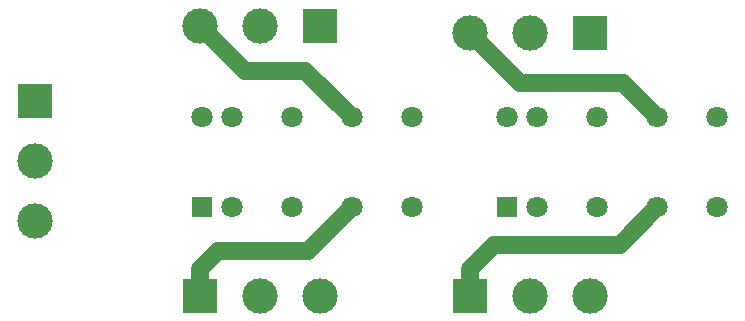
<source format=gbl>
G04 #@! TF.GenerationSoftware,KiCad,Pcbnew,6.0.9-8da3e8f707~116~ubuntu20.04.1*
G04 #@! TF.CreationDate,2023-04-19T17:26:23+00:00*
G04 #@! TF.ProjectId,LEC022102,4c454330-3232-4313-9032-2e6b69636164,rev?*
G04 #@! TF.SameCoordinates,Original*
G04 #@! TF.FileFunction,Copper,L2,Bot*
G04 #@! TF.FilePolarity,Positive*
%FSLAX46Y46*%
G04 Gerber Fmt 4.6, Leading zero omitted, Abs format (unit mm)*
G04 Created by KiCad (PCBNEW 6.0.9-8da3e8f707~116~ubuntu20.04.1) date 2023-04-19 17:26:23*
%MOMM*%
%LPD*%
G01*
G04 APERTURE LIST*
G04 #@! TA.AperFunction,ComponentPad*
%ADD10R,3.000000X3.000000*%
G04 #@! TD*
G04 #@! TA.AperFunction,ComponentPad*
%ADD11C,3.000000*%
G04 #@! TD*
G04 #@! TA.AperFunction,ComponentPad*
%ADD12R,1.800000X1.800000*%
G04 #@! TD*
G04 #@! TA.AperFunction,ComponentPad*
%ADD13C,1.800000*%
G04 #@! TD*
G04 #@! TA.AperFunction,Conductor*
%ADD14C,1.500000*%
G04 #@! TD*
G04 APERTURE END LIST*
D10*
G04 #@! TO.P,J2,1,Pin_1*
G04 #@! TO.N,/R1*
X104140000Y-93980000D03*
D11*
G04 #@! TO.P,J2,2,Pin_2*
G04 #@! TO.N,/C1*
X109220000Y-93980000D03*
G04 #@! TO.P,J2,3,Pin_3*
G04 #@! TO.N,/S1*
X114300000Y-93980000D03*
G04 #@! TD*
D10*
G04 #@! TO.P,J3,1,Pin_1*
G04 #@! TO.N,/S2*
X114300000Y-71120000D03*
D11*
G04 #@! TO.P,J3,2,Pin_2*
G04 #@! TO.N,/C2*
X109220000Y-71120000D03*
G04 #@! TO.P,J3,3,Pin_3*
G04 #@! TO.N,/R2*
X104140000Y-71120000D03*
G04 #@! TD*
D12*
G04 #@! TO.P,K1,1*
G04 #@! TO.N,/S*
X104267000Y-86487000D03*
D13*
G04 #@! TO.P,K1,2*
G04 #@! TO.N,/R*
X106807000Y-86487000D03*
G04 #@! TO.P,K1,4*
G04 #@! TO.N,/C1*
X111887000Y-86487000D03*
G04 #@! TO.P,K1,6*
G04 #@! TO.N,/R1*
X116967000Y-86487000D03*
G04 #@! TO.P,K1,8*
G04 #@! TO.N,/S1*
X122047000Y-86487000D03*
G04 #@! TO.P,K1,9*
G04 #@! TO.N,/S2*
X122047000Y-78867000D03*
G04 #@! TO.P,K1,11*
G04 #@! TO.N,/R2*
X116967000Y-78867000D03*
G04 #@! TO.P,K1,13*
G04 #@! TO.N,/C2*
X111887000Y-78867000D03*
G04 #@! TO.P,K1,15*
G04 #@! TO.N,Net-(D1-Pad2)*
X106807000Y-78867000D03*
G04 #@! TO.P,K1,16*
X104267000Y-78867000D03*
G04 #@! TD*
D10*
G04 #@! TO.P,J1,1,Pin_1*
G04 #@! TO.N,/R*
X90170000Y-77470000D03*
D11*
G04 #@! TO.P,J1,2,Pin_2*
G04 #@! TO.N,/C*
X90170000Y-82550000D03*
G04 #@! TO.P,J1,3,Pin_3*
G04 #@! TO.N,/S*
X90170000Y-87630000D03*
G04 #@! TD*
D12*
G04 #@! TO.P,K2,1*
G04 #@! TO.N,/S*
X130094688Y-86487000D03*
D13*
G04 #@! TO.P,K2,2*
G04 #@! TO.N,/R*
X132634688Y-86487000D03*
G04 #@! TO.P,K2,4*
G04 #@! TO.N,/C3*
X137714688Y-86487000D03*
G04 #@! TO.P,K2,6*
G04 #@! TO.N,/R3*
X142794688Y-86487000D03*
G04 #@! TO.P,K2,8*
G04 #@! TO.N,/S3*
X147874688Y-86487000D03*
G04 #@! TO.P,K2,9*
G04 #@! TO.N,/S4*
X147874688Y-78867000D03*
G04 #@! TO.P,K2,11*
G04 #@! TO.N,/R4*
X142794688Y-78867000D03*
G04 #@! TO.P,K2,13*
G04 #@! TO.N,/C4*
X137714688Y-78867000D03*
G04 #@! TO.P,K2,15*
G04 #@! TO.N,Net-(D1-Pad2)*
X132634688Y-78867000D03*
G04 #@! TO.P,K2,16*
X130094688Y-78867000D03*
G04 #@! TD*
D10*
G04 #@! TO.P,J5,1,Pin_1*
G04 #@! TO.N,/S4*
X137160000Y-71755000D03*
D11*
G04 #@! TO.P,J5,2,Pin_2*
G04 #@! TO.N,/C4*
X132080000Y-71755000D03*
G04 #@! TO.P,J5,3,Pin_3*
G04 #@! TO.N,/R4*
X127000000Y-71755000D03*
G04 #@! TD*
D10*
G04 #@! TO.P,J4,1,Pin_1*
G04 #@! TO.N,/R3*
X127000000Y-93980000D03*
D11*
G04 #@! TO.P,J4,2,Pin_2*
G04 #@! TO.N,/C3*
X132080000Y-93980000D03*
G04 #@! TO.P,J4,3,Pin_3*
G04 #@! TO.N,/S3*
X137160000Y-93980000D03*
G04 #@! TD*
D14*
G04 #@! TO.N,/R1*
X105664000Y-90170000D02*
X113284000Y-90170000D01*
X113284000Y-90170000D02*
X116967000Y-86487000D01*
X104140000Y-93980000D02*
X104140000Y-91694000D01*
X104140000Y-91694000D02*
X105664000Y-90170000D01*
G04 #@! TO.N,/R2*
X113030000Y-74930000D02*
X116967000Y-78867000D01*
X107950000Y-74930000D02*
X113030000Y-74930000D01*
X104140000Y-71120000D02*
X107950000Y-74930000D01*
G04 #@! TO.N,/R3*
X127000000Y-91694000D02*
X129032000Y-89662000D01*
X127000000Y-93980000D02*
X127000000Y-91694000D01*
X129032000Y-89662000D02*
X139619688Y-89662000D01*
X139619688Y-89662000D02*
X142794688Y-86487000D01*
G04 #@! TO.N,/R4*
X127000000Y-71755000D02*
X131191000Y-75946000D01*
X139873688Y-75946000D02*
X142794688Y-78867000D01*
X131191000Y-75946000D02*
X139873688Y-75946000D01*
G04 #@! TD*
M02*

</source>
